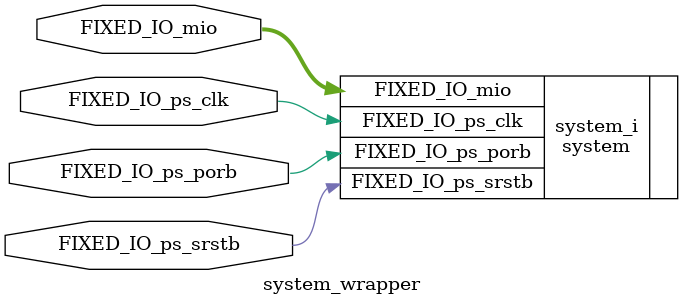
<source format=v>
`timescale 1 ps / 1 ps

module system_wrapper
   (FIXED_IO_mio,
    FIXED_IO_ps_clk,
    FIXED_IO_ps_porb,
    FIXED_IO_ps_srstb);
  inout [53:0]FIXED_IO_mio;
  inout FIXED_IO_ps_clk;
  inout FIXED_IO_ps_porb;
  inout FIXED_IO_ps_srstb;

  wire [53:0]FIXED_IO_mio;
  wire FIXED_IO_ps_clk;
  wire FIXED_IO_ps_porb;
  wire FIXED_IO_ps_srstb;

  system system_i
       (.FIXED_IO_mio(FIXED_IO_mio),
        .FIXED_IO_ps_clk(FIXED_IO_ps_clk),
        .FIXED_IO_ps_porb(FIXED_IO_ps_porb),
        .FIXED_IO_ps_srstb(FIXED_IO_ps_srstb));
endmodule

</source>
